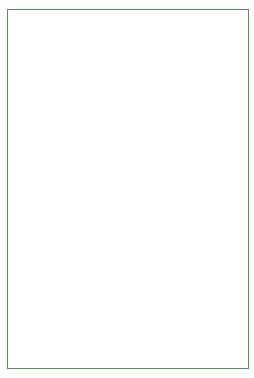
<source format=gbr>
%FSLAX44Y44*%
%MOMM*%
%ADD10C,0.1000*%
%LPD*%
D10*
G01*
X00000000Y00000000D02*
X00204000Y00000000D01*
X00204000Y00304000D01*
X00000000Y00304000D01*
X00000000Y00000000D01*
X00000000Y00000000D01*
M02*

</source>
